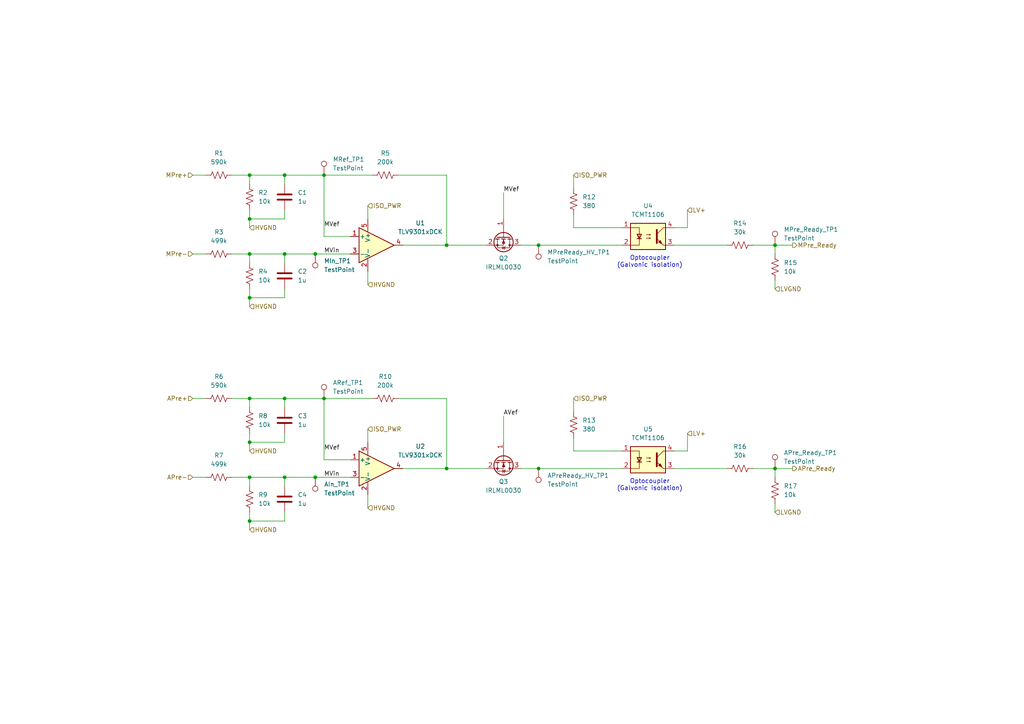
<source format=kicad_sch>
(kicad_sch (version 20250114) (generator "eeschema") (generator_version "9.0")
  (paper "A4")
  (lib_symbols
    (symbol "Amplifier_Operational:TLV9301xDCK" (pin_names (offset 0.127))
      (property "Reference" "U" (at 7.62 2.54 0))
      (property "Value" "TLV9301xDCK" (at 11.43 -2.54 0))
      (symbol "TLV9301xDCK_0_1"
        (polyline (pts (xy -2.54 5.08) (xy -2.54 -5.08) (xy 7.62 0) (xy -2.54 5.08)) (stroke (width 0.254)) (fill (type background)))
      )
      (symbol "TLV9301xDCK_1_1"
        (pin input line (at -5.08 2.54 0) (length 2.54) (name "+") (number "1"))
        (pin input line (at -5.08 -2.54 0) (length 2.54) (name "-") (number "3"))
        (pin power_in line (at 0 7.62 270) (length 3.81) (name "V+") (number "5"))
        (pin power_in line (at 0 -7.62 90) (length 3.81) (name "V-") (number "2"))
        (pin output line (at 10.16 0 180) (length 2.54) (name "~") (number "4"))
      )
    )
    (symbol "Connector:TestPoint" (pin_numbers (hide yes)) (pin_names (offset 0.762) (hide yes))
      (property "Reference" "TP" (at 0 6.858 0))
      (property "Value" "TestPoint" (at 0 5.08 0))
      (symbol "TestPoint_0_1"
        (circle (center 0 3.302) (radius 0.762))
      )
      (symbol "TestPoint_1_1"
        (pin passive line (at 0 0 90) (length 2.54) (name "1") (number "1"))
      )
    )
    (symbol "Device:C" (pin_numbers (hide yes)) (pin_names (offset 0.254))
      (property "Reference" "C" (at 0.635 2.54 0))
      (property "Value" "C" (at 0.635 -2.54 0))
      (symbol "C_0_1"
        (polyline (pts (xy -2.032 0.762) (xy 2.032 0.762)) (stroke (width 0.508)))
        (polyline (pts (xy -2.032 -0.762) (xy 2.032 -0.762)) (stroke (width 0.508)))
      )
      (symbol "C_1_1"
        (pin passive line (at 0 3.81 270) (length 2.794) (name "~") (number "1"))
        (pin passive line (at 0 -3.81 90) (length 2.794) (name "~") (number "2"))
      )
    )
    (symbol "Device:R_US" (pin_numbers (hide yes)) (pin_names (offset 0))
      (property "Reference" "R" (at 2.54 0 90))
      (property "Value" "R_US" (at -2.54 0 90))
      (symbol "R_US_0_1"
        (polyline (pts (xy 0 2.286) (xy 0 2.54)))
        (polyline (pts (xy 0 2.286) (xy 1.016 1.905) (xy 0 1.524) (xy -1.016 1.143) (xy 0 0.762)))
        (polyline (pts (xy 0 0.762) (xy 1.016 0.381) (xy 0 0) (xy -1.016 -0.381) (xy 0 -0.762)))
        (polyline (pts (xy 0 -0.762) (xy 1.016 -1.143) (xy 0 -1.524) (xy -1.016 -1.905) (xy 0 -2.286)))
        (polyline (pts (xy 0 -2.286) (xy 0 -2.54)))
      )
      (symbol "R_US_1_1"
        (pin passive line (at 0 3.81 270) (length 1.27) (name "~") (number "1"))
        (pin passive line (at 0 -3.81 90) (length 1.27) (name "~") (number "2"))
      )
    )
    (symbol "Isolator:TCMT1106" (pin_names (offset 1.016))
      (property "Reference" "U" (at 0 5.08 0))
      (property "Value" "TCMT1106" (at 0 -5.08 0))
      (symbol "TCMT1106_1_1"
        (rectangle (start -5.08 3.81) (end 5.08 -3.81) (stroke (width 0.254)) (fill (type background)))
        (polyline (pts (xy -5.08 2.54) (xy -2.54 2.54) (xy -2.54 -1.27) (xy -2.54 0.635)))
        (polyline (pts (xy -3.175 -0.635) (xy -1.905 -0.635)) (stroke (width 0.254)))
        (polyline (pts (xy -2.54 -0.635) (xy -2.54 -2.54) (xy -5.08 -2.54)))
        (polyline (pts (xy -2.54 -0.635) (xy -3.175 0.635) (xy -1.905 0.635) (xy -2.54 -0.635)) (stroke (width 0.254)))
        (polyline (pts (xy -0.508 0.508) (xy 0.762 0.508) (xy 0.381 0.381) (xy 0.381 0.635) (xy 0.762 0.508)))
        (polyline (pts (xy -0.508 -0.508) (xy 0.762 -0.508) (xy 0.381 -0.635) (xy 0.381 -0.381) (xy 0.762 -0.508)))
        (polyline (pts (xy 2.54 1.905) (xy 2.54 -1.905) (xy 2.54 -1.905)) (stroke (width 0.508)))
        (polyline (pts (xy 2.54 0.635) (xy 4.445 2.54)))
        (polyline (pts (xy 3.048 -1.651) (xy 3.556 -1.143) (xy 4.064 -2.159) (xy 3.048 -1.651) (xy 3.048 -1.651)) (fill (type outline)))
        (polyline (pts (xy 4.445 2.54) (xy 5.08 2.54)))
        (polyline (pts (xy 4.445 -2.54) (xy 2.54 -0.635)) (fill (type outline)))
        (polyline (pts (xy 4.445 -2.54) (xy 5.08 -2.54)))
        (pin passive line (at -7.62 2.54 0) (length 2.54) (name "~") (number "1"))
        (pin passive line (at -7.62 -2.54 0) (length 2.54) (name "~") (number "2"))
        (pin passive line (at 7.62 2.54 180) (length 2.54) (name "~") (number "4"))
        (pin passive line (at 7.62 -2.54 180) (length 2.54) (name "~") (number "3"))
      )
    )
    (symbol "Transistor_FET:IRLML0030" (pin_names (hide yes))
      (property "Reference" "Q" (at 5.08 1.905 0))
      (property "Value" "IRLML0030" (at 5.08 0 0))
      (symbol "IRLML0030_0_1"
        (polyline (pts (xy 0.254 1.905) (xy 0.254 -1.905)) (stroke (width 0.254)))
        (polyline (pts (xy 0.254 0) (xy -2.54 0)))
        (polyline (pts (xy 0.762 2.286) (xy 0.762 1.27)) (stroke (width 0.254)))
        (polyline (pts (xy 0.762 0.508) (xy 0.762 -0.508)) (stroke (width 0.254)))
        (polyline (pts (xy 0.762 -1.27) (xy 0.762 -2.286)) (stroke (width 0.254)))
        (polyline (pts (xy 0.762 -1.778) (xy 3.302 -1.778) (xy 3.302 1.778) (xy 0.762 1.778)))
        (polyline (pts (xy 1.016 0) (xy 2.032 0.381) (xy 2.032 -0.381) (xy 1.016 0)) (fill (type outline)))
        (circle (center 1.651 0) (radius 2.794) (stroke (width 0.254)))
        (polyline (pts (xy 2.54 2.54) (xy 2.54 1.778)))
        (circle (center 2.54 1.778) (radius 0.254) (fill (type outline)))
        (circle (center 2.54 -1.778) (radius 0.254) (fill (type outline)))
        (polyline (pts (xy 2.54 -2.54) (xy 2.54 0) (xy 0.762 0)))
        (polyline (pts (xy 2.794 0.508) (xy 2.921 0.381) (xy 3.683 0.381) (xy 3.81 0.254)))
        (polyline (pts (xy 3.302 0.381) (xy 2.921 -0.254) (xy 3.683 -0.254) (xy 3.302 0.381)))
      )
      (symbol "IRLML0030_1_1"
        (pin input line (at -5.08 0 0) (length 2.54) (name "G") (number "1"))
        (pin passive line (at 2.54 5.08 270) (length 2.54) (name "D") (number "3"))
        (pin passive line (at 2.54 -5.08 90) (length 2.54) (name "S") (number "2"))
      )
    )
  )
  (text "Optocoupler\n(Galvonic isolation)" (at 188.468 140.716 0) (effects (font (size 1.27 1.27))))
  (text "Optocoupler\n(Galvonic isolation)" (at 188.468 75.946 0) (effects (font (size 1.27 1.27))))
  (junction (at 82.55 73.66))
  (junction (at 72.39 86.36))
  (junction (at 129.54 135.89))
  (junction (at 72.39 115.57))
  (junction (at 72.39 138.43))
  (junction (at 72.39 63.5))
  (junction (at 91.44 73.66))
  (junction (at 72.39 73.66))
  (junction (at 156.21 71.12))
  (junction (at 82.55 50.8))
  (junction (at 93.98 115.57))
  (junction (at 82.55 138.43))
  (junction (at 224.79 135.89))
  (junction (at 82.55 115.57))
  (junction (at 91.44 138.43))
  (junction (at 72.39 50.8))
  (junction (at 156.21 135.89))
  (junction (at 72.39 151.13))
  (junction (at 72.39 128.27))
  (junction (at 129.54 71.12))
  (junction (at 224.79 71.12))
  (junction (at 93.98 50.8))
  (wire (pts (xy 55.88 73.66) (xy 59.69 73.66)))
  (wire (pts (xy 195.58 130.81) (xy 199.39 130.81)))
  (wire (pts (xy 166.37 130.81) (xy 166.37 127)))
  (wire (pts (xy 82.55 125.73) (xy 82.55 128.27)))
  (wire (pts (xy 82.55 128.27) (xy 72.39 128.27)))
  (wire (pts (xy 93.98 115.57) (xy 82.55 115.57)))
  (wire (pts (xy 82.55 148.59) (xy 82.55 151.13)))
  (wire (pts (xy 166.37 115.57) (xy 166.37 119.38)))
  (wire (pts (xy 72.39 151.13) (xy 72.39 153.67)))
  (wire (pts (xy 67.31 138.43) (xy 72.39 138.43)))
  (wire (pts (xy 72.39 60.96) (xy 72.39 63.5)))
  (wire (pts (xy 72.39 115.57) (xy 72.39 118.11)))
  (wire (pts (xy 129.54 115.57) (xy 115.57 115.57)))
  (wire (pts (xy 72.39 50.8) (xy 72.39 53.34)))
  (wire (pts (xy 116.84 135.89) (xy 129.54 135.89)))
  (wire (pts (xy 146.05 55.88) (xy 146.05 63.5)))
  (wire (pts (xy 91.44 73.66) (xy 101.6 73.66)))
  (wire (pts (xy 55.88 138.43) (xy 59.69 138.43)))
  (wire (pts (xy 82.55 138.43) (xy 91.44 138.43)))
  (wire (pts (xy 224.79 71.12) (xy 224.79 73.66)))
  (wire (pts (xy 116.84 71.12) (xy 129.54 71.12)))
  (wire (pts (xy 82.55 73.66) (xy 91.44 73.66)))
  (wire (pts (xy 67.31 50.8) (xy 72.39 50.8)))
  (wire (pts (xy 82.55 76.2) (xy 82.55 73.66)))
  (wire (pts (xy 156.21 71.12) (xy 180.34 71.12)))
  (wire (pts (xy 82.55 73.66) (xy 72.39 73.66)))
  (wire (pts (xy 224.79 135.89) (xy 229.87 135.89)))
  (wire (pts (xy 91.44 138.43) (xy 101.6 138.43)))
  (wire (pts (xy 218.44 135.89) (xy 224.79 135.89)))
  (wire (pts (xy 129.54 50.8) (xy 115.57 50.8)))
  (wire (pts (xy 93.98 50.8) (xy 107.95 50.8)))
  (wire (pts (xy 72.39 138.43) (xy 72.39 140.97)))
  (wire (pts (xy 166.37 66.04) (xy 180.34 66.04)))
  (wire (pts (xy 106.68 124.46) (xy 106.68 128.27)))
  (wire (pts (xy 55.88 115.57) (xy 59.69 115.57)))
  (wire (pts (xy 195.58 135.89) (xy 210.82 135.89)))
  (wire (pts (xy 82.55 86.36) (xy 72.39 86.36)))
  (wire (pts (xy 195.58 66.04) (xy 199.39 66.04)))
  (wire (pts (xy 82.55 60.96) (xy 82.55 63.5)))
  (wire (pts (xy 72.39 50.8) (xy 82.55 50.8)))
  (wire (pts (xy 146.05 120.65) (xy 146.05 128.27)))
  (wire (pts (xy 72.39 115.57) (xy 82.55 115.57)))
  (wire (pts (xy 101.6 133.35) (xy 93.98 133.35)))
  (wire (pts (xy 93.98 115.57) (xy 93.98 133.35)))
  (wire (pts (xy 218.44 71.12) (xy 224.79 71.12)))
  (wire (pts (xy 72.39 148.59) (xy 72.39 151.13)))
  (wire (pts (xy 82.55 53.34) (xy 82.55 50.8)))
  (wire (pts (xy 82.55 138.43) (xy 72.39 138.43)))
  (wire (pts (xy 93.98 50.8) (xy 93.98 68.58)))
  (wire (pts (xy 224.79 146.05) (xy 224.79 148.59)))
  (wire (pts (xy 195.58 71.12) (xy 210.82 71.12)))
  (wire (pts (xy 106.68 143.51) (xy 106.68 147.32)))
  (wire (pts (xy 166.37 66.04) (xy 166.37 62.23)))
  (wire (pts (xy 166.37 50.8) (xy 166.37 54.61)))
  (wire (pts (xy 82.55 151.13) (xy 72.39 151.13)))
  (wire (pts (xy 55.88 50.8) (xy 59.69 50.8)))
  (wire (pts (xy 106.68 78.74) (xy 106.68 82.55)))
  (wire (pts (xy 93.98 50.8) (xy 82.55 50.8)))
  (wire (pts (xy 82.55 140.97) (xy 82.55 138.43)))
  (wire (pts (xy 72.39 73.66) (xy 72.39 76.2)))
  (wire (pts (xy 82.55 83.82) (xy 82.55 86.36)))
  (wire (pts (xy 72.39 128.27) (xy 72.39 130.81)))
  (wire (pts (xy 72.39 86.36) (xy 72.39 88.9)))
  (wire (pts (xy 224.79 135.89) (xy 224.79 138.43)))
  (wire (pts (xy 67.31 73.66) (xy 72.39 73.66)))
  (wire (pts (xy 151.13 135.89) (xy 156.21 135.89)))
  (wire (pts (xy 93.98 115.57) (xy 107.95 115.57)))
  (wire (pts (xy 82.55 118.11) (xy 82.55 115.57)))
  (wire (pts (xy 106.68 59.69) (xy 106.68 63.5)))
  (wire (pts (xy 224.79 81.28) (xy 224.79 83.82)))
  (wire (pts (xy 72.39 125.73) (xy 72.39 128.27)))
  (wire (pts (xy 166.37 130.81) (xy 180.34 130.81)))
  (wire (pts (xy 72.39 83.82) (xy 72.39 86.36)))
  (wire (pts (xy 129.54 71.12) (xy 140.97 71.12)))
  (wire (pts (xy 151.13 71.12) (xy 156.21 71.12)))
  (wire (pts (xy 199.39 60.96) (xy 199.39 66.04)))
  (wire (pts (xy 101.6 68.58) (xy 93.98 68.58)))
  (wire (pts (xy 129.54 135.89) (xy 129.54 115.57)))
  (wire (pts (xy 129.54 135.89) (xy 140.97 135.89)))
  (wire (pts (xy 156.21 135.89) (xy 180.34 135.89)))
  (wire (pts (xy 72.39 63.5) (xy 72.39 66.04)))
  (wire (pts (xy 224.79 71.12) (xy 229.87 71.12)))
  (wire (pts (xy 67.31 115.57) (xy 72.39 115.57)))
  (wire (pts (xy 129.54 71.12) (xy 129.54 50.8)))
  (wire (pts (xy 199.39 125.73) (xy 199.39 130.81)))
  (wire (pts (xy 82.55 63.5) (xy 72.39 63.5)))
  (label "AVef" (at 146.05 120.65 0))
  (label "MVef" (at 146.05 55.88 0))
  (label "MVin" (at 93.98 73.66 0))
  (label "MVin" (at 93.98 138.43 0))
  (label "MVef" (at 93.98 130.81 0))
  (label "MVef" (at 93.98 66.04 0))
  (hierarchical_label "LVGND" (shape input) (at 224.79 148.59 0))
  (hierarchical_label "HVGND" (shape input) (at 106.68 82.55 0))
  (hierarchical_label "MPre-" (shape input) (at 55.88 73.66 180))
  (hierarchical_label "APre-" (shape input) (at 55.88 138.43 180))
  (hierarchical_label "LVGND" (shape input) (at 224.79 83.82 0))
  (hierarchical_label "ISO_PWR" (shape input) (at 166.37 115.57 0))
  (hierarchical_label "HVGND" (shape input) (at 72.39 66.04 0))
  (hierarchical_label "LV+" (shape input) (at 199.39 125.73 0))
  (hierarchical_label "MPre_Ready" (shape output) (at 229.87 71.12 0))
  (hierarchical_label "HVGND" (shape input) (at 72.39 130.81 0))
  (hierarchical_label "LV+" (shape input) (at 199.39 60.96 0))
  (hierarchical_label "ISO_PWR" (shape input) (at 166.37 50.8 0))
  (hierarchical_label "ISO_PWR" (shape input) (at 106.68 124.46 0))
  (hierarchical_label "HVGND" (shape input) (at 72.39 153.67 0))
  (hierarchical_label "HVGND" (shape input) (at 72.39 88.9 0))
  (hierarchical_label "ISO_PWR" (shape input) (at 106.68 59.69 0))
  (hierarchical_label "MPre+" (shape input) (at 55.88 50.8 180))
  (hierarchical_label "HVGND" (shape input) (at 106.68 147.32 0))
  (hierarchical_label "APre_Ready" (shape output) (at 229.87 135.89 0))
  (hierarchical_label "APre+" (shape input) (at 55.88 115.57 180))
  (symbol (lib_id "Device:C") (at 82.55 80.01 0) (unit 1)
    (property "Reference" "C2" (at 86.36 78.7399 0) (effects (justify left)))
    (property "Value" "1u" (at 86.36 81.2799 0) (effects (justify left)))
    (property "Description" "Unpolarized capacitor" (effects (hide yes)))
  )
  (symbol (lib_id "Device:R_US") (at 166.37 58.42 180) (unit 1)
    (property "Reference" "R12" (at 168.91 57.1499 0) (effects (justify right)))
    (property "Value" "380" (at 168.91 59.6899 0) (effects (justify right)))
    (property "Footprint" "Resistor_SMD:R_0805_2012Metric" (effects (hide yes)))
    (property "Description" "Resistor, US symbol" (effects (hide yes)))
  )
  (symbol (lib_id "Device:R_US") (at 224.79 142.24 0) (unit 1)
    (property "Reference" "R17" (at 227.33 140.9699 0) (effects (justify left)))
    (property "Value" "10k" (at 227.33 143.5099 0) (effects (justify left)))
    (property "Footprint" "Resistor_SMD:R_0805_2012Metric" (effects (hide yes)))
    (property "Description" "Resistor, US symbol" (effects (hide yes)))
  )
  (symbol (lib_id "Device:R_US") (at 63.5 50.8 90) (unit 1)
    (property "Reference" "R1" (at 63.5 44.45 90))
    (property "Value" "590k" (at 63.5 46.99 90))
    (property "Description" "Resistor, US symbol" (effects (hide yes)))
  )
  (symbol (lib_id "Connector:TestPoint") (at 91.44 138.43 180) (unit 1)
    (property "Reference" "AIn_TP1" (at 93.98 140.4619 0) (effects (justify right)))
    (property "Value" "TestPoint" (at 93.98 143.0019 0) (effects (justify right)))
    (property "Description" "test point" (effects (hide yes)))
  )
  (symbol (lib_id "Device:C") (at 82.55 57.15 0) (unit 1)
    (property "Reference" "C1" (at 86.36 55.8799 0) (effects (justify left)))
    (property "Value" "1u" (at 86.36 58.4199 0) (effects (justify left)))
    (property "Description" "Unpolarized capacitor" (effects (hide yes)))
  )
  (symbol (lib_id "Device:R_US") (at 63.5 138.43 90) (unit 1)
    (property "Reference" "R7" (at 63.5 132.08 90))
    (property "Value" "499k" (at 63.5 134.62 90))
    (property "Description" "Resistor, US symbol" (effects (hide yes)))
  )
  (symbol (lib_id "Connector:TestPoint") (at 156.21 135.89 180) (unit 1)
    (property "Reference" "APreReady_HV_TP1" (at 158.75 137.9219 0) (effects (justify right)))
    (property "Value" "TestPoint" (at 158.75 140.4619 0) (effects (justify right)))
    (property "Description" "test point" (effects (hide yes)))
  )
  (symbol (lib_id "Amplifier_Operational:TLV9301xDCK") (at 106.68 71.12 0) (unit 1)
    (property "Reference" "U1" (at 121.92 64.6998 0))
    (property "Value" "TLV9301xDCK" (at 121.92 67.2398 0))
    (property "Footprint" "Package_TO_SOT_SMD:SOT-353_SC-70-5" (effects (hide yes)))
    (property "Datasheet" "https://www.ti.com/lit/ds/symlink/tlv9301.pdf" (effects (hide yes)))
    (property "Description" "40-V, 1-MHz, RRO Operational Amplifiers for Cost-Sensitive Systems, SC-70" (effects (hide yes)))
  )
  (symbol (lib_id "Connector:TestPoint") (at 224.79 71.12 0) (unit 1)
    (property "Reference" "MPre_Ready_TP1" (at 227.33 66.5479 0) (effects (justify left)))
    (property "Value" "TestPoint" (at 227.33 69.0879 0) (effects (justify left)))
    (property "Footprint" "utsvt-special:TestPoint_HEX_3mmID" (effects (hide yes)))
    (property "Description" "test point" (effects (hide yes)))
  )
  (symbol (lib_id "Device:R_US") (at 111.76 115.57 270) (unit 1)
    (property "Reference" "R10" (at 111.76 109.22 90))
    (property "Value" "200k" (at 111.76 111.76 90))
    (property "Description" "Resistor, US symbol" (effects (hide yes)))
  )
  (symbol (lib_id "Device:R_US") (at 72.39 144.78 180) (unit 1)
    (property "Reference" "R9" (at 74.93 143.5099 0) (effects (justify right)))
    (property "Value" "10k" (at 74.93 146.0499 0) (effects (justify right)))
    (property "Description" "Resistor, US symbol" (effects (hide yes)))
  )
  (symbol (lib_id "Connector:TestPoint") (at 93.98 115.57 0) (unit 1)
    (property "Reference" "ARef_TP1" (at 96.52 110.9979 0) (effects (justify left)))
    (property "Value" "TestPoint" (at 96.52 113.5379 0) (effects (justify left)))
    (property "Description" "test point" (effects (hide yes)))
  )
  (symbol (lib_id "Device:R_US") (at 214.63 71.12 90) (unit 1)
    (property "Reference" "R14" (at 214.63 64.77 90))
    (property "Value" "30k" (at 214.63 67.31 90))
    (property "Footprint" "Resistor_SMD:R_0805_2012Metric" (effects (hide yes)))
    (property "Description" "Resistor, US symbol" (effects (hide yes)))
  )
  (symbol (lib_id "Device:C") (at 82.55 121.92 0) (unit 1)
    (property "Reference" "C3" (at 86.36 120.6499 0) (effects (justify left)))
    (property "Value" "1u" (at 86.36 123.1899 0) (effects (justify left)))
    (property "Description" "Unpolarized capacitor" (effects (hide yes)))
  )
  (symbol (lib_id "Connector:TestPoint") (at 93.98 50.8 0) (unit 1)
    (property "Reference" "MRef_TP1" (at 96.52 46.2279 0) (effects (justify left)))
    (property "Value" "TestPoint" (at 96.52 48.7679 0) (effects (justify left)))
    (property "Description" "test point" (effects (hide yes)))
  )
  (symbol (lib_id "Isolator:TCMT1106") (at 187.96 133.35 0) (unit 1)
    (property "Reference" "U5" (at 187.96 124.46 0))
    (property "Value" "TCMT1106" (at 187.96 127 0))
    (property "Footprint" "Package_SO:SOP-4_4.4x2.6mm_P1.27mm" (effects (hide yes)))
    (property "Datasheet" "https://www.vishay.com/docs/83510/tcmt11.pdf" (effects (hide yes)))
    (property "Description" "Optocoupler, Vce 70V, CTR 100-300%, Viso 3750V (RMS), SOP-4" (effects (hide yes)))
  )
  (symbol (lib_id "Device:R_US") (at 111.76 50.8 270) (unit 1)
    (property "Reference" "R5" (at 111.76 44.45 90))
    (property "Value" "200k" (at 111.76 46.99 90))
    (property "Description" "Resistor, US symbol" (effects (hide yes)))
  )
  (symbol (lib_id "Connector:TestPoint") (at 156.21 71.12 180) (unit 1)
    (property "Reference" "MPreReady_HV_TP1" (at 158.75 73.1519 0) (effects (justify right)))
    (property "Value" "TestPoint" (at 158.75 75.6919 0) (effects (justify right)))
    (property "Description" "test point" (effects (hide yes)))
  )
  (symbol (lib_id "Device:R_US") (at 63.5 115.57 90) (unit 1)
    (property "Reference" "R6" (at 63.5 109.22 90))
    (property "Value" "590k" (at 63.5 111.76 90))
    (property "Description" "Resistor, US symbol" (effects (hide yes)))
  )
  (symbol (lib_id "Device:R_US") (at 72.39 121.92 180) (unit 1)
    (property "Reference" "R8" (at 74.93 120.6499 0) (effects (justify right)))
    (property "Value" "10k" (at 74.93 123.1899 0) (effects (justify right)))
    (property "Description" "Resistor, US symbol" (effects (hide yes)))
  )
  (symbol (lib_id "Device:R_US") (at 214.63 135.89 90) (unit 1)
    (property "Reference" "R16" (at 214.63 129.54 90))
    (property "Value" "30k" (at 214.63 132.08 90))
    (property "Footprint" "Resistor_SMD:R_0805_2012Metric" (effects (hide yes)))
    (property "Description" "Resistor, US symbol" (effects (hide yes)))
  )
  (symbol (lib_id "Device:C") (at 82.55 144.78 0) (unit 1)
    (property "Reference" "C4" (at 86.36 143.5099 0) (effects (justify left)))
    (property "Value" "1u" (at 86.36 146.0499 0) (effects (justify left)))
    (property "Description" "Unpolarized capacitor" (effects (hide yes)))
  )
  (symbol (lib_id "Device:R_US") (at 72.39 57.15 180) (unit 1)
    (property "Reference" "R2" (at 74.93 55.8799 0) (effects (justify right)))
    (property "Value" "10k" (at 74.93 58.4199 0) (effects (justify right)))
    (property "Description" "Resistor, US symbol" (effects (hide yes)))
  )
  (symbol (lib_id "Amplifier_Operational:TLV9301xDCK") (at 106.68 135.89 0) (unit 1)
    (property "Reference" "U2" (at 121.92 129.4698 0))
    (property "Value" "TLV9301xDCK" (at 121.92 132.0098 0))
    (property "Footprint" "Package_TO_SOT_SMD:SOT-353_SC-70-5" (effects (hide yes)))
    (property "Datasheet" "https://www.ti.com/lit/ds/symlink/tlv9301.pdf" (effects (hide yes)))
    (property "Description" "40-V, 1-MHz, RRO Operational Amplifiers for Cost-Sensitive Systems, SC-70" (effects (hide yes)))
  )
  (symbol (lib_id "Connector:TestPoint") (at 91.44 73.66 180) (unit 1)
    (property "Reference" "MIn_TP1" (at 93.98 75.6919 0) (effects (justify right)))
    (property "Value" "TestPoint" (at 93.98 78.2319 0) (effects (justify right)))
    (property "Description" "test point" (effects (hide yes)))
  )
  (symbol (lib_id "Device:R_US") (at 166.37 123.19 180) (unit 1)
    (property "Reference" "R13" (at 168.91 121.9199 0) (effects (justify right)))
    (property "Value" "380" (at 168.91 124.4599 0) (effects (justify right)))
    (property "Footprint" "Resistor_SMD:R_0805_2012Metric" (effects (hide yes)))
    (property "Description" "Resistor, US symbol" (effects (hide yes)))
  )
  (symbol (lib_id "Device:R_US") (at 63.5 73.66 90) (unit 1)
    (property "Reference" "R3" (at 63.5 67.31 90))
    (property "Value" "499k" (at 63.5 69.85 90))
    (property "Description" "Resistor, US symbol" (effects (hide yes)))
  )
  (symbol (lib_id "Connector:TestPoint") (at 224.79 135.89 0) (unit 1)
    (property "Reference" "APre_Ready_TP1" (at 227.33 131.3179 0) (effects (justify left)))
    (property "Value" "TestPoint" (at 227.33 133.8579 0) (effects (justify left)))
    (property "Footprint" "utsvt-special:TestPoint_HEX_3mmID" (effects (hide yes)))
    (property "Description" "test point" (effects (hide yes)))
  )
  (symbol (lib_id "Device:R_US") (at 72.39 80.01 180) (unit 1)
    (property "Reference" "R4" (at 74.93 78.7399 0) (effects (justify right)))
    (property "Value" "10k" (at 74.93 81.2799 0) (effects (justify right)))
    (property "Description" "Resistor, US symbol" (effects (hide yes)))
  )
  (symbol (lib_id "Transistor_FET:IRLML0030") (at 146.05 68.58 270) (unit 1)
    (property "Reference" "Q2" (at 146.05 74.93 90))
    (property "Value" "IRLML0030" (at 146.05 77.47 90))
    (property "Footprint" "Package_TO_SOT_SMD:SOT-23" (effects (hide yes)))
    (property "Datasheet" "https://www.infineon.com/dgdl/irlml0030pbf.pdf?fileId=5546d462533600a401535664773825df" (effects (hide yes)))
    (property "Description" "5.3A Id, 30V Vds, 27mOhm Rds, N-Channel HEXFET Power MOSFET, SOT-23" (effects (hide yes)))
  )
  (symbol (lib_id "Isolator:TCMT1106") (at 187.96 68.58 0) (unit 1)
    (property "Reference" "U4" (at 187.96 59.69 0))
    (property "Value" "TCMT1106" (at 187.96 62.23 0))
    (property "Footprint" "Package_SO:SOP-4_4.4x2.6mm_P1.27mm" (effects (hide yes)))
    (property "Datasheet" "https://www.vishay.com/docs/83510/tcmt11.pdf" (effects (hide yes)))
    (property "Description" "Optocoupler, Vce 70V, CTR 100-300%, Viso 3750V (RMS), SOP-4" (effects (hide yes)))
  )
  (symbol (lib_id "Device:R_US") (at 224.79 77.47 0) (unit 1)
    (property "Reference" "R15" (at 227.33 76.1999 0) (effects (justify left)))
    (property "Value" "10k" (at 227.33 78.7399 0) (effects (justify left)))
    (property "Footprint" "Resistor_SMD:R_0805_2012Metric" (effects (hide yes)))
    (property "Description" "Resistor, US symbol" (effects (hide yes)))
  )
  (symbol (lib_id "Transistor_FET:IRLML0030") (at 146.05 133.35 270) (unit 1)
    (property "Reference" "Q3" (at 146.05 139.7 90))
    (property "Value" "IRLML0030" (at 146.05 142.24 90))
    (property "Footprint" "Package_TO_SOT_SMD:SOT-23" (effects (hide yes)))
    (property "Datasheet" "https://www.infineon.com/dgdl/irlml0030pbf.pdf?fileId=5546d462533600a401535664773825df" (effects (hide yes)))
    (property "Description" "5.3A Id, 30V Vds, 27mOhm Rds, N-Channel HEXFET Power MOSFET, SOT-23" (effects (hide yes)))
  )
)
</source>
